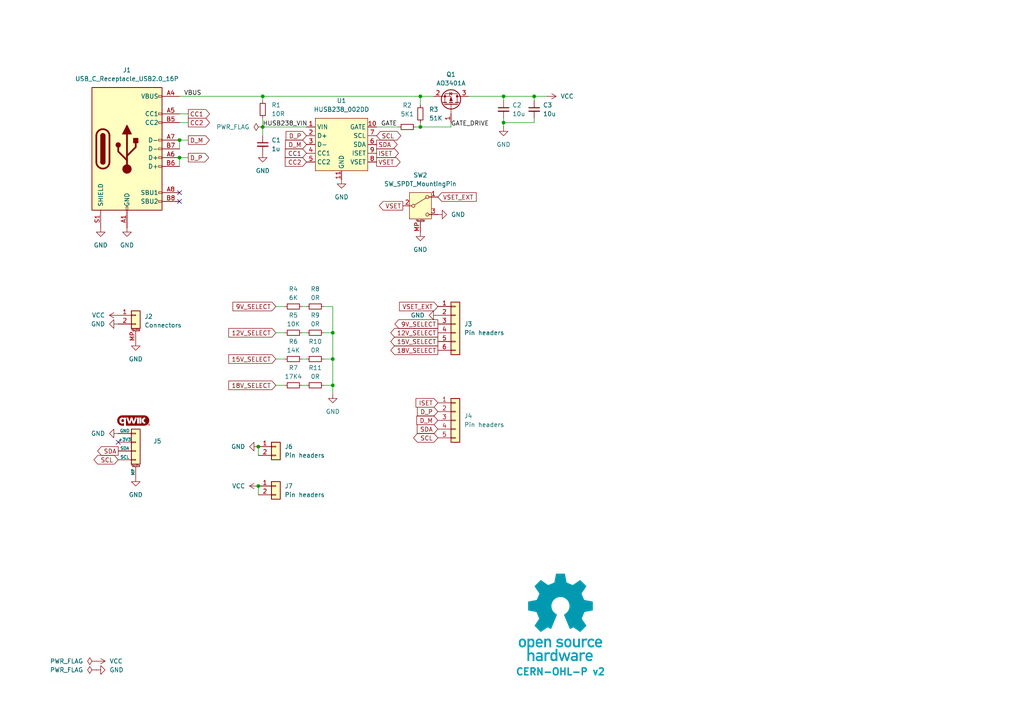
<source format=kicad_sch>
(kicad_sch (version 20231120) (generator "eeschema") (generator_version "8.0")
  (paper "A4")
  (lib_symbols
    (symbol "Connector:USB_C_Receptacle_USB2.0_16P" (pin_names (offset 1.016))
      (property "Reference" "J" (at 0 22.225 0))
      (property "Value" "USB_C_Receptacle_USB2.0_16P" (at 0 19.685 0))
      (symbol "USB_C_Receptacle_USB2.0_16P_1_1"
        (pin passive line (at 0 -22.86 90) (length 5.08) (name "GND") (number "A1"))
        (pin passive line (at 0 -22.86 90) (length 5.08) hide (name "GND") (number "A12"))
        (pin passive line (at 15.24 15.24 180) (length 5.08) (name "VBUS") (number "A4"))
        (pin bidirectional line (at 15.24 10.16 180) (length 5.08) (name "CC1") (number "A5"))
        (pin bidirectional line (at 15.24 -2.54 180) (length 5.08) (name "D+") (number "A6"))
        (pin bidirectional line (at 15.24 2.54 180) (length 5.08) (name "D-") (number "A7"))
        (pin bidirectional line (at 15.24 -12.7 180) (length 5.08) (name "SBU1") (number "A8"))
        (pin passive line (at 15.24 15.24 180) (length 5.08) hide (name "VBUS") (number "A9"))
        (pin passive line (at 0 -22.86 90) (length 5.08) hide (name "GND") (number "B1"))
        (pin passive line (at 0 -22.86 90) (length 5.08) hide (name "GND") (number "B12"))
        (pin passive line (at 15.24 15.24 180) (length 5.08) hide (name "VBUS") (number "B4"))
        (pin bidirectional line (at 15.24 7.62 180) (length 5.08) (name "CC2") (number "B5"))
        (pin bidirectional line (at 15.24 -5.08 180) (length 5.08) (name "D+") (number "B6"))
        (pin bidirectional line (at 15.24 0 180) (length 5.08) (name "D-") (number "B7"))
        (pin bidirectional line (at 15.24 -15.24 180) (length 5.08) (name "SBU2") (number "B8"))
        (pin passive line (at 15.24 15.24 180) (length 5.08) hide (name "VBUS") (number "B9"))
        (pin passive line (at -7.62 -22.86 90) (length 5.08) (name "SHIELD") (number "S1"))
      )
    )
    (symbol "Connector_Generic:Conn_01x02" (pin_names (offset 1.016) hide)
      (property "Reference" "J" (at 0 2.54 0))
      (property "Value" "Conn_01x02" (at 0 -5.08 0))
      (symbol "Conn_01x02_1_1"
        (pin passive line (at -5.08 0 0) (length 3.81) (name "Pin_1") (number "1"))
        (pin passive line (at -5.08 -2.54 0) (length 3.81) (name "Pin_2") (number "2"))
      )
    )
    (symbol "Connector_Generic:Conn_01x05" (pin_names (offset 1.016) hide)
      (property "Reference" "J" (at 0 7.62 0))
      (property "Value" "Conn_01x05" (at 0 -7.62 0))
      (symbol "Conn_01x05_1_1"
        (pin passive line (at -5.08 5.08 0) (length 3.81) (name "Pin_1") (number "1"))
        (pin passive line (at -5.08 2.54 0) (length 3.81) (name "Pin_2") (number "2"))
        (pin passive line (at -5.08 0 0) (length 3.81) (name "Pin_3") (number "3"))
        (pin passive line (at -5.08 -2.54 0) (length 3.81) (name "Pin_4") (number "4"))
        (pin passive line (at -5.08 -5.08 0) (length 3.81) (name "Pin_5") (number "5"))
      )
    )
    (symbol "Connector_Generic:Conn_01x06" (pin_names (offset 1.016) hide)
      (property "Reference" "J" (at 0 7.62 0))
      (property "Value" "Conn_01x06" (at 0 -10.16 0))
      (symbol "Conn_01x06_1_1"
        (pin passive line (at -5.08 5.08 0) (length 3.81) (name "Pin_1") (number "1"))
        (pin passive line (at -5.08 2.54 0) (length 3.81) (name "Pin_2") (number "2"))
        (pin passive line (at -5.08 0 0) (length 3.81) (name "Pin_3") (number "3"))
        (pin passive line (at -5.08 -2.54 0) (length 3.81) (name "Pin_4") (number "4"))
        (pin passive line (at -5.08 -5.08 0) (length 3.81) (name "Pin_5") (number "5"))
        (pin passive line (at -5.08 -7.62 0) (length 3.81) (name "Pin_6") (number "6"))
      )
    )
    (symbol "Connector_Generic_MountingPin:Conn_01x02_MountingPin" (pin_names (offset 1.016) hide)
      (property "Reference" "J" (at 0 2.54 0))
      (property "Value" "Conn_01x02_MountingPin" (at 1.27 -5.08 0))
      (symbol "Conn_01x02_MountingPin_1_1"
        (text "Mounting" (at 0 -4.191 0) (effects (font (size 0.381 0.381))))
        (pin passive line (at -5.08 0 0) (length 3.81) (name "Pin_1") (number "1"))
        (pin passive line (at -5.08 -2.54 0) (length 3.81) (name "Pin_2") (number "2"))
        (pin passive line (at 0 -7.62 90) (length 3.048) (name "MountPin") (number "MP"))
      )
    )
    (symbol "Device:C_Small" (pin_numbers hide) (pin_names (offset 0.254) hide)
      (property "Reference" "C" (at 0.254 1.778 0))
      (property "Value" "C_Small" (at 0.254 -2.032 0))
      (symbol "C_Small_1_1"
        (pin passive line (at 0 2.54 270) (length 2.032) (name "~") (number "1"))
        (pin passive line (at 0 -2.54 90) (length 2.032) (name "~") (number "2"))
      )
    )
    (symbol "Device:R_Small" (pin_numbers hide) (pin_names (offset 0.254) hide)
      (property "Reference" "R" (at 0.762 0.508 0))
      (property "Value" "R_Small" (at 0.762 -1.016 0))
      (symbol "R_Small_1_1"
        (pin passive line (at 0 2.54 270) (length 0.762) (name "~") (number "1"))
        (pin passive line (at 0 -2.54 90) (length 0.762) (name "~") (number "2"))
      )
    )
    (symbol "Transistor_FET:AO3401A" (pin_names hide)
      (property "Reference" "Q" (at 5.08 1.905 0))
      (property "Value" "AO3401A" (at 5.08 0 0))
      (symbol "AO3401A_1_1"
        (pin input line (at -5.08 0 0) (length 2.54) (name "G") (number "1"))
        (pin passive line (at 2.54 -5.08 90) (length 2.54) (name "S") (number "2"))
        (pin passive line (at 2.54 5.08 270) (length 2.54) (name "D") (number "3"))
      )
    )
    (symbol "connector:Qwiic" (pin_numbers hide) (pin_names (offset 0))
      (property "Reference" "J" (at 2.54 0 0))
      (symbol "Qwiic_1_1"
        (text "Mounting" (at 0 -6.731 0) (effects (font (size 0.381 0.381))))
        (pin passive line (at -5.08 2.54 0) (length 3.81) (name "GND") (number "1"))
        (pin passive line (at -5.08 0 0) (length 3.81) (name "+3V3") (number "2"))
        (pin passive line (at -5.08 -2.54 0) (length 3.81) (name "SDA") (number "3"))
        (pin passive line (at -5.08 -5.08 0) (length 3.81) (name "SCL") (number "4"))
        (pin passive line (at 0 -10.16 90) (length 3.048) (name "MP") (number "MP"))
      )
    )
    (symbol "interactive:SW_SPDT_MountingPin" (pin_names (offset 0) hide)
      (property "Reference" "SW" (at 0 5.08 0))
      (property "Value" "SW_SPDT_MountingPin" (at 0 -5.08 0))
      (symbol "SW_SPDT_MountingPin_1_1"
        (text "Mounting" (at 0 -4.191 0) (effects (font (size 0.381 0.381))))
        (pin passive line (at 5.08 2.54 180) (length 2.54) (name "A") (number "1"))
        (pin passive line (at -5.08 0 0) (length 2.54) (name "B") (number "2"))
        (pin passive line (at 5.08 -2.54 180) (length 2.54) (name "C") (number "3"))
        (pin passive line (at 0 -7.62 90) (length 3.048) (name "MountPin") (number "MP"))
      )
    )
    (symbol "lcsc:HUSB238_002DD"
      (property "Reference" "U" (at 0 10.16 0))
      (property "Value" "HUSB238_002DD" (at 0 -15.24 0))
      (symbol "HUSB238_002DD_0_1"
        (pin power_in line (at -10.16 5.08 0) (length 2.54) (name "VIN") (number "1"))
        (pin passive line (at 10.16 5.08 180) (length 2.54) (name "GATE") (number "10"))
        (pin passive line (at 0 -10.16 90) (length 2.54) (name "GND") (number "11"))
        (pin passive line (at -10.16 2.54 0) (length 2.54) (name "D+") (number "2"))
        (pin passive line (at -10.16 0 0) (length 2.54) (name "D-") (number "3"))
        (pin passive line (at -10.16 -2.54 0) (length 2.54) (name "CC1") (number "4"))
        (pin passive line (at -10.16 -5.08 0) (length 2.54) (name "CC2") (number "5"))
        (pin passive line (at 10.16 0 180) (length 2.54) (name "SDA") (number "6"))
        (pin passive line (at 10.16 2.54 180) (length 2.54) (name "SCL") (number "7"))
        (pin passive line (at 10.16 -5.08 180) (length 2.54) (name "VSET") (number "8"))
        (pin passive line (at 10.16 -2.54 180) (length 2.54) (name "ISET") (number "9"))
      )
    )
    (symbol "power:GND" (power) (pin_numbers hide) (pin_names (offset 0) hide)
      (property "Value" "GND" (at 0 -3.81 0))
      (symbol "GND_1_1"
        (pin power_in line (at 0 0 270) (length 0) (name "~") (number "1"))
      )
    )
    (symbol "power:PWR_FLAG" (power) (pin_numbers hide) (pin_names (offset 0) hide)
      (property "Value" "PWR_FLAG" (at 0 3.81 0))
      (symbol "PWR_FLAG_0_0"
        (pin power_out line (at 0 0 90) (length 0) (name "~") (number "1"))
      )
    )
    (symbol "power:VCC" (power) (pin_numbers hide) (pin_names (offset 0) hide)
      (property "Value" "VCC" (at 0 3.556 0))
      (symbol "VCC_1_1"
        (pin power_in line (at 0 0 90) (length 0) (name "~") (number "1"))
      )
    )
  )
  (junction (at 52.07 45.72))
  (junction (at 154.94 27.94))
  (junction (at 76.2 27.94))
  (junction (at 96.52 111.76))
  (junction (at 146.05 35.56))
  (junction (at 146.05 27.94))
  (junction (at 121.92 36.83))
  (junction (at 52.07 40.64))
  (junction (at 74.93 129.54))
  (junction (at 74.93 140.97))
  (junction (at 76.2 36.83))
  (junction (at 96.52 104.14))
  (junction (at 96.52 96.52))
  (junction (at 121.92 27.94))
  (no_connect (at 52.07 58.42))
  (no_connect (at 34.29 128.27))
  (no_connect (at 52.07 55.88))
  (wire (pts (xy 96.52 111.76) (xy 96.52 114.3)))
  (wire (pts (xy 146.05 35.56) (xy 146.05 36.83)))
  (wire (pts (xy 52.07 35.56) (xy 54.61 35.56)))
  (wire (pts (xy 121.92 27.94) (xy 125.73 27.94)))
  (wire (pts (xy 74.93 140.97) (xy 74.93 143.51)))
  (wire (pts (xy 87.63 96.52) (xy 88.9 96.52)))
  (wire (pts (xy 96.52 96.52) (xy 96.52 104.14)))
  (wire (pts (xy 121.92 35.56) (xy 121.92 36.83)))
  (wire (pts (xy 80.01 96.52) (xy 82.55 96.52)))
  (wire (pts (xy 130.81 36.83) (xy 130.81 35.56)))
  (wire (pts (xy 80.01 111.76) (xy 82.55 111.76)))
  (wire (pts (xy 80.01 88.9) (xy 82.55 88.9)))
  (wire (pts (xy 146.05 27.94) (xy 135.89 27.94)))
  (wire (pts (xy 76.2 29.21) (xy 76.2 27.94)))
  (wire (pts (xy 52.07 40.64) (xy 52.07 43.18)))
  (wire (pts (xy 96.52 88.9) (xy 96.52 96.52)))
  (wire (pts (xy 76.2 34.29) (xy 76.2 36.83)))
  (wire (pts (xy 76.2 27.94) (xy 121.92 27.94)))
  (wire (pts (xy 93.98 96.52) (xy 96.52 96.52)))
  (wire (pts (xy 80.01 104.14) (xy 82.55 104.14)))
  (wire (pts (xy 158.75 27.94) (xy 154.94 27.94)))
  (wire (pts (xy 109.22 36.83) (xy 115.57 36.83)))
  (wire (pts (xy 154.94 27.94) (xy 154.94 29.21)))
  (wire (pts (xy 154.94 34.29) (xy 154.94 35.56)))
  (wire (pts (xy 93.98 88.9) (xy 96.52 88.9)))
  (wire (pts (xy 120.65 36.83) (xy 121.92 36.83)))
  (wire (pts (xy 76.2 36.83) (xy 76.2 39.37)))
  (wire (pts (xy 93.98 111.76) (xy 96.52 111.76)))
  (wire (pts (xy 93.98 104.14) (xy 96.52 104.14)))
  (wire (pts (xy 76.2 27.94) (xy 52.07 27.94)))
  (wire (pts (xy 96.52 104.14) (xy 96.52 111.76)))
  (wire (pts (xy 74.93 129.54) (xy 74.93 132.08)))
  (wire (pts (xy 121.92 36.83) (xy 130.81 36.83)))
  (wire (pts (xy 154.94 27.94) (xy 146.05 27.94)))
  (wire (pts (xy 87.63 104.14) (xy 88.9 104.14)))
  (wire (pts (xy 87.63 111.76) (xy 88.9 111.76)))
  (wire (pts (xy 121.92 27.94) (xy 121.92 30.48)))
  (wire (pts (xy 87.63 88.9) (xy 88.9 88.9)))
  (wire (pts (xy 88.9 36.83) (xy 76.2 36.83)))
  (wire (pts (xy 154.94 35.56) (xy 146.05 35.56)))
  (wire (pts (xy 146.05 27.94) (xy 146.05 29.21)))
  (wire (pts (xy 52.07 45.72) (xy 54.61 45.72)))
  (wire (pts (xy 52.07 33.02) (xy 54.61 33.02)))
  (wire (pts (xy 52.07 45.72) (xy 52.07 48.26)))
  (wire (pts (xy 146.05 34.29) (xy 146.05 35.56)))
  (wire (pts (xy 52.07 40.64) (xy 54.61 40.64)))
  (image (at 162.56 179.07) (scale 0.37481))
  (text "CERN-OHL-P v2" (at 162.56 195.072 0) (effects (font (size 2 2) (thickness 0.4) (bold yes))))
  (label "GATE" (at 110.49 36.83 0))
  (label "GATE_DRIVE" (at 130.81 36.83 0))
  (label "VBUS" (at 53.34 27.94 0))
  (label "HUSB238_VIN" (at 76.2 36.83 0))
  (global_label "SDA" (shape output) (at 109.22 41.91 0) (property "Intersheetrefs" "${INTERSHEET_REFS}" (effects (hide yes))))
  (global_label "CC1" (shape output) (at 54.61 33.02 0) (property "Intersheetrefs" "${INTERSHEET_REFS}" (effects (hide yes))))
  (global_label "D_M" (shape input) (at 127 121.92 180) (property "Intersheetrefs" "${INTERSHEET_REFS}" (effects (hide yes))))
  (global_label "VSET_EXT" (shape input) (at 127 57.15 0) (property "Intersheetrefs" "${INTERSHEET_REFS}" (effects (hide yes))))
  (global_label "D_P" (shape output) (at 54.61 45.72 0) (property "Intersheetrefs" "${INTERSHEET_REFS}" (effects (hide yes))))
  (global_label "18V_SELECT" (shape input) (at 80.01 111.76 180) (property "Intersheetrefs" "${INTERSHEET_REFS}" (effects (hide yes))))
  (global_label "SDA" (shape input) (at 127 124.46 180) (property "Intersheetrefs" "${INTERSHEET_REFS}" (effects (hide yes))))
  (global_label "12V_SELECT" (shape input) (at 80.01 96.52 180) (property "Intersheetrefs" "${INTERSHEET_REFS}" (effects (hide yes))))
  (global_label "15V_SELECT" (shape input) (at 80.01 104.14 180) (property "Intersheetrefs" "${INTERSHEET_REFS}" (effects (hide yes))))
  (global_label "SCL" (shape bidirectional) (at 34.29 133.35 180) (property "Intersheetrefs" "${INTERSHEET_REFS}" (effects (hide yes))))
  (global_label "12V_SELECT" (shape output) (at 127 96.52 180) (property "Intersheetrefs" "${INTERSHEET_REFS}" (effects (hide yes))))
  (global_label "9V_SELECT" (shape output) (at 127 93.98 180) (property "Intersheetrefs" "${INTERSHEET_REFS}" (effects (hide yes))))
  (global_label "9V_SELECT" (shape input) (at 80.01 88.9 180) (property "Intersheetrefs" "${INTERSHEET_REFS}" (effects (hide yes))))
  (global_label "CC2" (shape input) (at 88.9 46.99 180) (property "Intersheetrefs" "${INTERSHEET_REFS}" (effects (hide yes))))
  (global_label "D_P" (shape input) (at 127 119.38 180) (property "Intersheetrefs" "${INTERSHEET_REFS}" (effects (hide yes))))
  (global_label "CC2" (shape output) (at 54.61 35.56 0) (property "Intersheetrefs" "${INTERSHEET_REFS}" (effects (hide yes))))
  (global_label "VSET" (shape output) (at 116.84 59.69 180) (property "Intersheetrefs" "${INTERSHEET_REFS}" (effects (hide yes))))
  (global_label "CC1" (shape input) (at 88.9 44.45 180) (property "Intersheetrefs" "${INTERSHEET_REFS}" (effects (hide yes))))
  (global_label "15V_SELECT" (shape output) (at 127 99.06 180) (property "Intersheetrefs" "${INTERSHEET_REFS}" (effects (hide yes))))
  (global_label "ISET" (shape input) (at 127 116.84 180) (property "Intersheetrefs" "${INTERSHEET_REFS}" (effects (hide yes))))
  (global_label "D_P" (shape input) (at 88.9 39.37 180) (property "Intersheetrefs" "${INTERSHEET_REFS}" (effects (hide yes))))
  (global_label "SDA" (shape output) (at 34.29 130.81 180) (property "Intersheetrefs" "${INTERSHEET_REFS}" (effects (hide yes))))
  (global_label "VSET_EXT" (shape input) (at 127 88.9 180) (property "Intersheetrefs" "${INTERSHEET_REFS}" (effects (hide yes))))
  (global_label "SCL" (shape bidirectional) (at 127 127 180) (property "Intersheetrefs" "${INTERSHEET_REFS}" (effects (hide yes))))
  (global_label "18V_SELECT" (shape output) (at 127 101.6 180) (property "Intersheetrefs" "${INTERSHEET_REFS}" (effects (hide yes))))
  (global_label "D_M" (shape input) (at 88.9 41.91 180) (property "Intersheetrefs" "${INTERSHEET_REFS}" (effects (hide yes))))
  (global_label "ISET" (shape output) (at 109.22 44.45 0) (property "Intersheetrefs" "${INTERSHEET_REFS}" (effects (hide yes))))
  (global_label "SCL" (shape bidirectional) (at 109.22 39.37 0) (property "Intersheetrefs" "${INTERSHEET_REFS}" (effects (hide yes))))
  (global_label "VSET" (shape output) (at 109.22 46.99 0) (property "Intersheetrefs" "${INTERSHEET_REFS}" (effects (hide yes))))
  (global_label "D_M" (shape output) (at 54.61 40.64 0) (property "Intersheetrefs" "${INTERSHEET_REFS}" (effects (hide yes))))
  (symbol (lib_id "Device:R_Small") (at 91.44 96.52 270) (unit 1)
    (property "Reference" "R9" (at 91.44 91.44 90))
    (property "Value" "0R" (at 91.44 93.98 90))
    (property "Footprint" "passive:R_0603_1608Metric" (effects (hide yes)))
    (property "Description" "Resistor, small symbol" (effects (hide yes)))
  )
  (symbol (lib_id "Device:R_Small") (at 85.09 96.52 270) (unit 1)
    (property "Reference" "R5" (at 85.09 91.44 90))
    (property "Value" "10K" (at 85.09 93.98 90))
    (property "Footprint" "passive:R_0603_1608Metric" (effects (hide yes)))
    (property "Description" "Resistor, small symbol" (effects (hide yes)))
  )
  (symbol (lib_id "Device:R_Small") (at 91.44 88.9 270) (unit 1)
    (property "Reference" "R8" (at 91.44 83.82 90))
    (property "Value" "0R" (at 91.44 86.36 90))
    (property "Footprint" "passive:R_0603_1608Metric" (effects (hide yes)))
    (property "Description" "Resistor, small symbol" (effects (hide yes)))
  )
  (symbol (lib_id "Transistor_FET:AO3401A") (at 130.81 30.48 270) (mirror x) (unit 1)
    (property "Reference" "Q1" (at 130.81 21.59 90))
    (property "Value" "AO3401A" (at 130.81 24.13 90))
    (property "Footprint" "package:SOT-23" (effects (hide yes)))
    (property "Datasheet" "http://www.aosmd.com/pdfs/datasheet/AO3401A.pdf" (effects (hide yes)))
    (property "Description" "-4.0A Id, -30V Vds, P-Channel MOSFET, SOT-23" (effects (hide yes)))
  )
  (symbol (lib_id "power:GND") (at 146.05 36.83 0) (unit 1)
    (property "Reference" "#PWR013" (effects (hide yes)))
    (property "Value" "GND" (at 146.05 41.91 0))
    (property "Description" "Power symbol creates a global label with name \"GND\" , ground" (effects (hide yes)))
  )
  (symbol (lib_id "power:GND") (at 76.2 44.45 0) (unit 1)
    (property "Reference" "#PWR06" (effects (hide yes)))
    (property "Value" "GND" (at 76.2 49.53 0))
    (property "Description" "Power symbol creates a global label with name \"GND\" , ground" (effects (hide yes)))
  )
  (symbol (lib_id "lcsc:HUSB238_002DD") (at 99.06 41.91 0) (unit 1)
    (property "Reference" "U1" (at 99.06 29.21 0))
    (property "Value" "HUSB238_002DD" (at 99.06 31.75 0))
    (property "Footprint" "Package_DFN_QFN:WDFN-10-1EP_3x3mm_P0.5mm_EP1.8x2.5mm" (effects (hide yes)))
    (property "Datasheet" "https://www.hynetek.com/uploadfiles/site/219/news/aabbbbdb-48c9-4a44-a6dc-2c15f53282e6.pdf" (effects (hide yes)))
    (property "Description" "USB Type-C Power Delivery Sink Controller" (effects (hide yes)))
    (property "LCSC Part" "C7471904" (effects (hide yes)))
    (property "JLCPCB_CORRECTION" "0; 0; 270" (effects (hide yes)))
  )
  (symbol (lib_id "Connector_Generic:Conn_01x02") (at 80.01 140.97 0) (unit 1)
    (property "Reference" "J7" (at 82.55 140.9699 0) (effects (justify left)))
    (property "Value" "Pin headers" (at 82.55 143.5099 0) (effects (justify left)))
    (property "Footprint" "custom:PinHeader_1x02_P2.54mm_Vertical_simple" (effects (hide yes)))
    (property "Description" "Generic connector, single row, 01x02, script generated (kicad-library-utils/schlib/autogen/connector/)" (effects (hide yes)))
  )
  (symbol (lib_id "power:GND") (at 39.37 138.43 0) (unit 1)
    (property "Reference" "#PWR019" (effects (hide yes)))
    (property "Value" "GND" (at 39.37 143.51 0))
    (property "Description" "Power symbol creates a global label with name \"GND\" , ground" (effects (hide yes)))
  )
  (symbol (lib_id "power:GND") (at 74.93 129.54 270) (unit 1)
    (property "Reference" "#PWR09" (effects (hide yes)))
    (property "Value" "GND" (at 71.12 129.5399 90) (effects (justify right)))
    (property "Description" "Power symbol creates a global label with name \"GND\" , ground" (effects (hide yes)))
  )
  (symbol (lib_id "connector:Qwiic") (at 39.37 128.27 0) (unit 1)
    (property "Reference" "J5" (at 44.45 127.9593 0) (effects (justify left)))
    (property "Value" "Qwiic" (effects (hide yes)))
    (property "Footprint" "connector:Qwiic-SMD-horizontal-logo-bottom-pinout" (effects (hide yes)))
    (property "Datasheet" "https://www.sparkfun.com/qwiic" (effects (hide yes)))
    (property "Description" "Qwiic connector, JST SH 1.0mm 1x04" (effects (hide yes)))
  )
  (symbol (lib_id "Connector_Generic:Conn_01x06") (at 132.08 93.98 0) (unit 1)
    (property "Reference" "J3" (at 134.62 93.9799 0) (effects (justify left)))
    (property "Value" "Pin headers" (at 134.62 96.5199 0) (effects (justify left)))
    (property "Footprint" "custom:PinHeader_1x06_P2.54mm_Vertical_simple" (effects (hide yes)))
    (property "Description" "Generic connector, single row, 01x06, script generated (kicad-library-utils/schlib/autogen/connector/)" (effects (hide yes)))
  )
  (symbol (lib_id "Device:R_Small") (at 85.09 88.9 270) (unit 1)
    (property "Reference" "R4" (at 85.09 83.82 90))
    (property "Value" "6K" (at 85.09 86.36 90))
    (property "Footprint" "passive:R_0603_1608Metric" (effects (hide yes)))
    (property "Description" "Resistor, small symbol" (effects (hide yes)))
  )
  (symbol (lib_id "Device:R_Small") (at 91.44 104.14 270) (unit 1)
    (property "Reference" "R10" (at 91.44 99.06 90))
    (property "Value" "0R" (at 91.44 101.6 90))
    (property "Footprint" "passive:R_0603_1608Metric" (effects (hide yes)))
    (property "Description" "Resistor, small symbol" (effects (hide yes)))
  )
  (symbol (lib_id "power:GND") (at 27.94 194.31 90) (unit 1)
    (property "Reference" "#PWR02" (effects (hide yes)))
    (property "Value" "GND" (at 31.75 194.3099 90) (effects (justify right)))
    (property "Description" "Power symbol creates a global label with name \"GND\" , ground" (effects (hide yes)))
  )
  (symbol (lib_id "Device:R_Small") (at 76.2 31.75 0) (unit 1)
    (property "Reference" "R1" (at 78.74 30.4799 0) (effects (justify left)))
    (property "Value" "10R" (at 78.74 33.0199 0) (effects (justify left)))
    (property "Footprint" "passive:R_0603_1608Metric" (effects (hide yes)))
    (property "Description" "Resistor, small symbol" (effects (hide yes)))
  )
  (symbol (lib_id "Device:R_Small") (at 118.11 36.83 90) (unit 1)
    (property "Reference" "R2" (at 118.11 30.545 90))
    (property "Value" "5K1" (at 118.11 33.085 90))
    (property "Footprint" "passive:R_0603_1608Metric" (effects (hide yes)))
    (property "Description" "Resistor, small symbol" (effects (hide yes)))
  )
  (symbol (lib_id "Device:R_Small") (at 121.92 33.02 180) (unit 1)
    (property "Reference" "R3" (at 124.46 31.7499 0) (effects (justify right)))
    (property "Value" "51K" (at 124.46 34.2899 0) (effects (justify right)))
    (property "Footprint" "passive:R_0603_1608Metric" (effects (hide yes)))
    (property "Description" "Resistor, small symbol" (effects (hide yes)))
  )
  (symbol (lib_id "power:GND") (at 121.92 67.31 0) (unit 1)
    (property "Reference" "#PWR020" (effects (hide yes)))
    (property "Value" "GND" (at 121.92 72.39 0))
    (property "Description" "Power symbol creates a global label with name \"GND\" , ground" (effects (hide yes)))
  )
  (symbol (lib_id "Connector_Generic:Conn_01x05") (at 132.08 121.92 0) (unit 1)
    (property "Reference" "J4" (at 134.62 120.6499 0) (effects (justify left)))
    (property "Value" "Pin headers" (at 134.62 123.1899 0) (effects (justify left)))
    (property "Footprint" "custom:PinHeader_1x05_P2.54mm_Vertical_simple" (effects (hide yes)))
    (property "Description" "Generic connector, single row, 01x05, script generated (kicad-library-utils/schlib/autogen/connector/)" (effects (hide yes)))
  )
  (symbol (lib_id "power:GND") (at 36.83 66.04 0) (unit 1)
    (property "Reference" "#PWR05" (effects (hide yes)))
    (property "Value" "GND" (at 36.83 71.12 0))
    (property "Description" "Power symbol creates a global label with name \"GND\" , ground" (effects (hide yes)))
  )
  (symbol (lib_id "Device:R_Small") (at 91.44 111.76 270) (unit 1)
    (property "Reference" "R11" (at 91.44 106.68 90))
    (property "Value" "0R" (at 91.44 109.22 90))
    (property "Footprint" "passive:R_0603_1608Metric" (effects (hide yes)))
    (property "Description" "Resistor, small symbol" (effects (hide yes)))
  )
  (symbol (lib_id "Device:C_Small") (at 76.2 41.91 0) (unit 1)
    (property "Reference" "C1" (at 78.74 40.6462 0) (effects (justify left)))
    (property "Value" "1u" (at 78.74 43.1862 0) (effects (justify left)))
    (property "Footprint" "passive:C_0603_1608Metric" (effects (hide yes)))
    (property "Description" "Unpolarized capacitor, small symbol" (effects (hide yes)))
  )
  (symbol (lib_id "power:GND") (at 127 62.23 90) (unit 1)
    (property "Reference" "#PWR021" (effects (hide yes)))
    (property "Value" "GND" (at 130.81 62.2299 90) (effects (justify right)))
    (property "Description" "Power symbol creates a global label with name \"GND\" , ground" (effects (hide yes)))
  )
  (symbol (lib_id "power:GND") (at 127 91.44 270) (unit 1)
    (property "Reference" "#PWR010" (effects (hide yes)))
    (property "Value" "GND" (at 123.19 91.4399 90) (effects (justify right)))
    (property "Description" "Power symbol creates a global label with name \"GND\" , ground" (effects (hide yes)))
  )
  (symbol (lib_id "power:GND") (at 39.37 99.06 0) (unit 1)
    (property "Reference" "#PWR08" (effects (hide yes)))
    (property "Value" "GND" (at 39.37 104.14 0))
    (property "Description" "Power symbol creates a global label with name \"GND\" , ground" (effects (hide yes)))
  )
  (symbol (lib_id "power:GND") (at 34.29 125.73 270) (unit 1)
    (property "Reference" "#PWR016" (effects (hide yes)))
    (property "Value" "GND" (at 30.48 125.7299 90) (effects (justify right)))
    (property "Description" "Power symbol creates a global label with name \"GND\" , ground" (effects (hide yes)))
  )
  (symbol (lib_id "power:VCC") (at 74.93 140.97 90) (unit 1)
    (property "Reference" "#PWR01" (effects (hide yes)))
    (property "Value" "VCC" (at 71.12 140.9699 90) (effects (justify left)))
    (property "Description" "Power symbol creates a global label with name \"VCC\"" (effects (hide yes)))
  )
  (symbol (lib_id "power:GND") (at 96.52 114.3 0) (unit 1)
    (property "Reference" "#PWR024" (effects (hide yes)))
    (property "Value" "GND" (at 96.52 119.38 0))
    (property "Description" "Power symbol creates a global label with name \"GND\" , ground" (effects (hide yes)))
  )
  (symbol (lib_id "power:PWR_FLAG") (at 27.94 191.77 90) (unit 1)
    (property "Reference" "#FLG03" (effects (hide yes)))
    (property "Value" "PWR_FLAG" (at 24.13 191.7699 90) (effects (justify left)))
    (property "Description" "Special symbol for telling ERC where power comes from" (effects (hide yes)))
  )
  (symbol (lib_id "Device:R_Small") (at 85.09 111.76 270) (unit 1)
    (property "Reference" "R7" (at 85.09 106.68 90))
    (property "Value" "17K4" (at 85.09 109.22 90))
    (property "Footprint" "passive:R_0603_1608Metric" (effects (hide yes)))
    (property "Description" "Resistor, small symbol" (effects (hide yes)))
  )
  (symbol (lib_id "Device:C_Small") (at 154.94 31.75 0) (unit 1)
    (property "Reference" "C3" (at 157.48 30.4862 0) (effects (justify left)))
    (property "Value" "10u" (at 157.48 33.0262 0) (effects (justify left)))
    (property "Footprint" "passive:C_0603_1608Metric" (effects (hide yes)))
    (property "Description" "Unpolarized capacitor, small symbol" (effects (hide yes)))
  )
  (symbol (lib_id "Connector:USB_C_Receptacle_USB2.0_16P") (at 36.83 43.18 0) (unit 1)
    (property "Reference" "J1" (at 36.83 20.32 0))
    (property "Value" "USB_C_Receptacle_USB2.0_16P" (at 36.83 22.86 0))
    (property "Footprint" "connector:USB-C-Receptacle-16P-TopMount-Horizontal" (effects (hide yes)))
    (property "Datasheet" "https://www.usb.org/sites/default/files/documents/usb_type-c.zip" (effects (hide yes)))
    (property "Description" "USB 2.0-only 16P Type-C Receptacle connector" (effects (hide yes)))
  )
  (symbol (lib_id "power:GND") (at 34.29 93.98 270) (unit 1)
    (property "Reference" "#PWR014" (effects (hide yes)))
    (property "Value" "GND" (at 30.48 93.9799 90) (effects (justify right)))
    (property "Description" "Power symbol creates a global label with name \"GND\" , ground" (effects (hide yes)))
  )
  (symbol (lib_id "power:GND") (at 99.06 52.07 0) (unit 1)
    (property "Reference" "#PWR07" (effects (hide yes)))
    (property "Value" "GND" (at 99.06 57.15 0))
    (property "Description" "Power symbol creates a global label with name \"GND\" , ground" (effects (hide yes)))
  )
  (symbol (lib_id "interactive:SW_SPDT_MountingPin") (at 121.92 59.69 0) (unit 1)
    (property "Reference" "SW2" (at 121.92 50.8 0))
    (property "Value" "SW_SPDT_MountingPin" (at 121.92 53.34 0))
    (property "Footprint" "lcsc:SW-SMD_3P-P1.50_L2.7-W6.6" (effects (hide yes)))
    (property "Description" "Switch, single pole double throw" (effects (hide yes)))
  )
  (symbol (lib_id "power:VCC") (at 34.29 91.44 90) (unit 1)
    (property "Reference" "#PWR012" (effects (hide yes)))
    (property "Value" "VCC" (at 30.48 91.4399 90) (effects (justify left)))
    (property "Description" "Power symbol creates a global label with name \"VCC\"" (effects (hide yes)))
  )
  (symbol (lib_id "power:PWR_FLAG") (at 76.2 36.83 90) (unit 1)
    (property "Reference" "#FLG04" (effects (hide yes)))
    (property "Value" "PWR_FLAG" (at 72.39 36.8299 90) (effects (justify left)))
    (property "Description" "Special symbol for telling ERC where power comes from" (effects (hide yes)))
  )
  (symbol (lib_id "power:PWR_FLAG") (at 27.94 194.31 90) (unit 1)
    (property "Reference" "#FLG02" (effects (hide yes)))
    (property "Value" "PWR_FLAG" (at 24.13 194.3099 90) (effects (justify left)))
    (property "Description" "Special symbol for telling ERC where power comes from" (effects (hide yes)))
  )
  (symbol (lib_id "power:VCC") (at 27.94 191.77 270) (unit 1)
    (property "Reference" "#PWR017" (effects (hide yes)))
    (property "Value" "VCC" (at 31.75 191.7699 90) (effects (justify left)))
    (property "Description" "Power symbol creates a global label with name \"VCC\"" (effects (hide yes)))
  )
  (symbol (lib_id "Device:C_Small") (at 146.05 31.75 0) (unit 1)
    (property "Reference" "C2" (at 148.59 30.4862 0) (effects (justify left)))
    (property "Value" "10u" (at 148.59 33.0262 0) (effects (justify left)))
    (property "Footprint" "passive:C_0603_1608Metric" (effects (hide yes)))
    (property "Description" "Unpolarized capacitor, small symbol" (effects (hide yes)))
  )
  (symbol (lib_id "Device:R_Small") (at 85.09 104.14 270) (unit 1)
    (property "Reference" "R6" (at 85.09 99.06 90))
    (property "Value" "14K" (at 85.09 101.6 90))
    (property "Footprint" "passive:R_0603_1608Metric" (effects (hide yes)))
    (property "Description" "Resistor, small symbol" (effects (hide yes)))
  )
  (symbol (lib_id "Connector_Generic_MountingPin:Conn_01x02_MountingPin") (at 39.37 91.44 0) (unit 1)
    (property "Reference" "J2" (at 41.91 91.7955 0) (effects (justify left)))
    (property "Value" "Connectors" (at 41.91 94.3355 0) (effects (justify left)))
    (property "Footprint" "custom:Conn_Combo_TerminalBlock_JST-1x02-XH_PH-pad2gnd" (effects (hide yes)))
    (property "Description" "Generic connectable mounting pin connector, single row, 01x02, script generated (kicad-library-utils/schlib/autogen/connector/)" (effects (hide yes)))
  )
  (symbol (lib_id "power:GND") (at 29.21 66.04 0) (unit 1)
    (property "Reference" "#PWR03" (effects (hide yes)))
    (property "Value" "GND" (at 29.21 71.12 0))
    (property "Description" "Power symbol creates a global label with name \"GND\" , ground" (effects (hide yes)))
  )
  (symbol (lib_id "Connector_Generic:Conn_01x02") (at 80.01 129.54 0) (unit 1)
    (property "Reference" "J6" (at 82.55 129.5399 0) (effects (justify left)))
    (property "Value" "Pin headers" (at 82.55 132.0799 0) (effects (justify left)))
    (property "Footprint" "custom:PinHeader_1x02_P2.54mm_Vertical_simple" (effects (hide yes)))
    (property "Description" "Generic connector, single row, 01x02, script generated (kicad-library-utils/schlib/autogen/connector/)" (effects (hide yes)))
  )
  (symbol (lib_id "power:VCC") (at 158.75 27.94 270) (unit 1)
    (property "Reference" "#PWR04" (effects (hide yes)))
    (property "Value" "VCC" (at 162.56 27.9399 90) (effects (justify left)))
    (property "Description" "Power symbol creates a global label with name \"VCC\"" (effects (hide yes)))
  )
)
</source>
